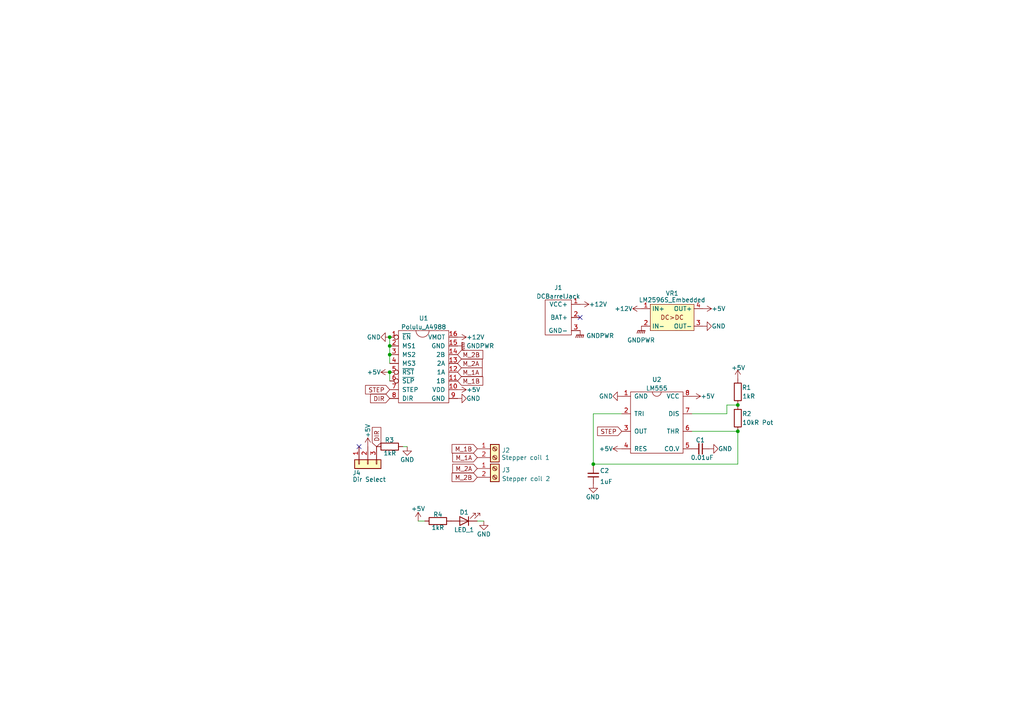
<source format=kicad_sch>
(kicad_sch (version 20211123) (generator eeschema)

  (uuid 76013793-d1cd-42e1-a0cd-a375c08d34bc)

  (paper "A4")

  (title_block
    (title "Single Stepper Motor Driver")
    (date "2022-12-17")
    (rev "1")
    (company "Benjamin Solar")
  )

  (lib_symbols
    (symbol "Connector:Screw_Terminal_01x02" (pin_names (offset 1.016) hide) (in_bom yes) (on_board yes)
      (property "Reference" "J" (id 0) (at 0 2.54 0)
        (effects (font (size 1.27 1.27)))
      )
      (property "Value" "Screw_Terminal_01x02" (id 1) (at 0 -5.08 0)
        (effects (font (size 1.27 1.27)))
      )
      (property "Footprint" "" (id 2) (at 0 0 0)
        (effects (font (size 1.27 1.27)) hide)
      )
      (property "Datasheet" "~" (id 3) (at 0 0 0)
        (effects (font (size 1.27 1.27)) hide)
      )
      (property "ki_keywords" "screw terminal" (id 4) (at 0 0 0)
        (effects (font (size 1.27 1.27)) hide)
      )
      (property "ki_description" "Generic screw terminal, single row, 01x02, script generated (kicad-library-utils/schlib/autogen/connector/)" (id 5) (at 0 0 0)
        (effects (font (size 1.27 1.27)) hide)
      )
      (property "ki_fp_filters" "TerminalBlock*:*" (id 6) (at 0 0 0)
        (effects (font (size 1.27 1.27)) hide)
      )
      (symbol "Screw_Terminal_01x02_1_1"
        (rectangle (start -1.27 1.27) (end 1.27 -3.81)
          (stroke (width 0.254) (type default) (color 0 0 0 0))
          (fill (type background))
        )
        (circle (center 0 -2.54) (radius 0.635)
          (stroke (width 0.1524) (type default) (color 0 0 0 0))
          (fill (type none))
        )
        (polyline
          (pts
            (xy -0.5334 -2.2098)
            (xy 0.3302 -3.048)
          )
          (stroke (width 0.1524) (type default) (color 0 0 0 0))
          (fill (type none))
        )
        (polyline
          (pts
            (xy -0.5334 0.3302)
            (xy 0.3302 -0.508)
          )
          (stroke (width 0.1524) (type default) (color 0 0 0 0))
          (fill (type none))
        )
        (polyline
          (pts
            (xy -0.3556 -2.032)
            (xy 0.508 -2.8702)
          )
          (stroke (width 0.1524) (type default) (color 0 0 0 0))
          (fill (type none))
        )
        (polyline
          (pts
            (xy -0.3556 0.508)
            (xy 0.508 -0.3302)
          )
          (stroke (width 0.1524) (type default) (color 0 0 0 0))
          (fill (type none))
        )
        (circle (center 0 0) (radius 0.635)
          (stroke (width 0.1524) (type default) (color 0 0 0 0))
          (fill (type none))
        )
        (pin passive line (at -5.08 0 0) (length 3.81)
          (name "Pin_1" (effects (font (size 1.27 1.27))))
          (number "1" (effects (font (size 1.27 1.27))))
        )
        (pin passive line (at -5.08 -2.54 0) (length 3.81)
          (name "Pin_2" (effects (font (size 1.27 1.27))))
          (number "2" (effects (font (size 1.27 1.27))))
        )
      )
    )
    (symbol "Connector_Generic:Conn_01x03" (pin_names (offset 1.016) hide) (in_bom yes) (on_board yes)
      (property "Reference" "J" (id 0) (at 0 5.08 0)
        (effects (font (size 1.27 1.27)))
      )
      (property "Value" "Conn_01x03" (id 1) (at 0 -5.08 0)
        (effects (font (size 1.27 1.27)))
      )
      (property "Footprint" "" (id 2) (at 0 0 0)
        (effects (font (size 1.27 1.27)) hide)
      )
      (property "Datasheet" "~" (id 3) (at 0 0 0)
        (effects (font (size 1.27 1.27)) hide)
      )
      (property "ki_keywords" "connector" (id 4) (at 0 0 0)
        (effects (font (size 1.27 1.27)) hide)
      )
      (property "ki_description" "Generic connector, single row, 01x03, script generated (kicad-library-utils/schlib/autogen/connector/)" (id 5) (at 0 0 0)
        (effects (font (size 1.27 1.27)) hide)
      )
      (property "ki_fp_filters" "Connector*:*_1x??_*" (id 6) (at 0 0 0)
        (effects (font (size 1.27 1.27)) hide)
      )
      (symbol "Conn_01x03_1_1"
        (rectangle (start -1.27 -2.413) (end 0 -2.667)
          (stroke (width 0.1524) (type default) (color 0 0 0 0))
          (fill (type none))
        )
        (rectangle (start -1.27 0.127) (end 0 -0.127)
          (stroke (width 0.1524) (type default) (color 0 0 0 0))
          (fill (type none))
        )
        (rectangle (start -1.27 2.667) (end 0 2.413)
          (stroke (width 0.1524) (type default) (color 0 0 0 0))
          (fill (type none))
        )
        (rectangle (start -1.27 3.81) (end 1.27 -3.81)
          (stroke (width 0.254) (type default) (color 0 0 0 0))
          (fill (type background))
        )
        (pin passive line (at -5.08 2.54 0) (length 3.81)
          (name "Pin_1" (effects (font (size 1.27 1.27))))
          (number "1" (effects (font (size 1.27 1.27))))
        )
        (pin passive line (at -5.08 0 0) (length 3.81)
          (name "Pin_2" (effects (font (size 1.27 1.27))))
          (number "2" (effects (font (size 1.27 1.27))))
        )
        (pin passive line (at -5.08 -2.54 0) (length 3.81)
          (name "Pin_3" (effects (font (size 1.27 1.27))))
          (number "3" (effects (font (size 1.27 1.27))))
        )
      )
    )
    (symbol "Device:C_Small" (pin_numbers hide) (pin_names (offset 0.254) hide) (in_bom yes) (on_board yes)
      (property "Reference" "C" (id 0) (at 0.254 1.778 0)
        (effects (font (size 1.27 1.27)) (justify left))
      )
      (property "Value" "C_Small" (id 1) (at 0.254 -2.032 0)
        (effects (font (size 1.27 1.27)) (justify left))
      )
      (property "Footprint" "" (id 2) (at 0 0 0)
        (effects (font (size 1.27 1.27)) hide)
      )
      (property "Datasheet" "~" (id 3) (at 0 0 0)
        (effects (font (size 1.27 1.27)) hide)
      )
      (property "ki_keywords" "capacitor cap" (id 4) (at 0 0 0)
        (effects (font (size 1.27 1.27)) hide)
      )
      (property "ki_description" "Unpolarized capacitor, small symbol" (id 5) (at 0 0 0)
        (effects (font (size 1.27 1.27)) hide)
      )
      (property "ki_fp_filters" "C_*" (id 6) (at 0 0 0)
        (effects (font (size 1.27 1.27)) hide)
      )
      (symbol "C_Small_0_1"
        (polyline
          (pts
            (xy -1.524 -0.508)
            (xy 1.524 -0.508)
          )
          (stroke (width 0.3302) (type default) (color 0 0 0 0))
          (fill (type none))
        )
        (polyline
          (pts
            (xy -1.524 0.508)
            (xy 1.524 0.508)
          )
          (stroke (width 0.3048) (type default) (color 0 0 0 0))
          (fill (type none))
        )
      )
      (symbol "C_Small_1_1"
        (pin passive line (at 0 2.54 270) (length 2.032)
          (name "~" (effects (font (size 1.27 1.27))))
          (number "1" (effects (font (size 1.27 1.27))))
        )
        (pin passive line (at 0 -2.54 90) (length 2.032)
          (name "~" (effects (font (size 1.27 1.27))))
          (number "2" (effects (font (size 1.27 1.27))))
        )
      )
    )
    (symbol "Device:LED" (pin_numbers hide) (pin_names (offset 1.016) hide) (in_bom yes) (on_board yes)
      (property "Reference" "D" (id 0) (at 0 2.54 0)
        (effects (font (size 1.27 1.27)))
      )
      (property "Value" "LED" (id 1) (at 0 -2.54 0)
        (effects (font (size 1.27 1.27)))
      )
      (property "Footprint" "" (id 2) (at 0 0 0)
        (effects (font (size 1.27 1.27)) hide)
      )
      (property "Datasheet" "~" (id 3) (at 0 0 0)
        (effects (font (size 1.27 1.27)) hide)
      )
      (property "ki_keywords" "LED diode" (id 4) (at 0 0 0)
        (effects (font (size 1.27 1.27)) hide)
      )
      (property "ki_description" "Light emitting diode" (id 5) (at 0 0 0)
        (effects (font (size 1.27 1.27)) hide)
      )
      (property "ki_fp_filters" "LED* LED_SMD:* LED_THT:*" (id 6) (at 0 0 0)
        (effects (font (size 1.27 1.27)) hide)
      )
      (symbol "LED_0_1"
        (polyline
          (pts
            (xy -1.27 -1.27)
            (xy -1.27 1.27)
          )
          (stroke (width 0.254) (type default) (color 0 0 0 0))
          (fill (type none))
        )
        (polyline
          (pts
            (xy -1.27 0)
            (xy 1.27 0)
          )
          (stroke (width 0) (type default) (color 0 0 0 0))
          (fill (type none))
        )
        (polyline
          (pts
            (xy 1.27 -1.27)
            (xy 1.27 1.27)
            (xy -1.27 0)
            (xy 1.27 -1.27)
          )
          (stroke (width 0.254) (type default) (color 0 0 0 0))
          (fill (type none))
        )
        (polyline
          (pts
            (xy -3.048 -0.762)
            (xy -4.572 -2.286)
            (xy -3.81 -2.286)
            (xy -4.572 -2.286)
            (xy -4.572 -1.524)
          )
          (stroke (width 0) (type default) (color 0 0 0 0))
          (fill (type none))
        )
        (polyline
          (pts
            (xy -1.778 -0.762)
            (xy -3.302 -2.286)
            (xy -2.54 -2.286)
            (xy -3.302 -2.286)
            (xy -3.302 -1.524)
          )
          (stroke (width 0) (type default) (color 0 0 0 0))
          (fill (type none))
        )
      )
      (symbol "LED_1_1"
        (pin passive line (at -3.81 0 0) (length 2.54)
          (name "K" (effects (font (size 1.27 1.27))))
          (number "1" (effects (font (size 1.27 1.27))))
        )
        (pin passive line (at 3.81 0 180) (length 2.54)
          (name "A" (effects (font (size 1.27 1.27))))
          (number "2" (effects (font (size 1.27 1.27))))
        )
      )
    )
    (symbol "Device:R" (pin_numbers hide) (pin_names (offset 0)) (in_bom yes) (on_board yes)
      (property "Reference" "R" (id 0) (at 2.032 0 90)
        (effects (font (size 1.27 1.27)))
      )
      (property "Value" "R" (id 1) (at 0 0 90)
        (effects (font (size 1.27 1.27)))
      )
      (property "Footprint" "" (id 2) (at -1.778 0 90)
        (effects (font (size 1.27 1.27)) hide)
      )
      (property "Datasheet" "~" (id 3) (at 0 0 0)
        (effects (font (size 1.27 1.27)) hide)
      )
      (property "ki_keywords" "R res resistor" (id 4) (at 0 0 0)
        (effects (font (size 1.27 1.27)) hide)
      )
      (property "ki_description" "Resistor" (id 5) (at 0 0 0)
        (effects (font (size 1.27 1.27)) hide)
      )
      (property "ki_fp_filters" "R_*" (id 6) (at 0 0 0)
        (effects (font (size 1.27 1.27)) hide)
      )
      (symbol "R_0_1"
        (rectangle (start -1.016 -2.54) (end 1.016 2.54)
          (stroke (width 0.254) (type default) (color 0 0 0 0))
          (fill (type none))
        )
      )
      (symbol "R_1_1"
        (pin passive line (at 0 3.81 270) (length 1.27)
          (name "~" (effects (font (size 1.27 1.27))))
          (number "1" (effects (font (size 1.27 1.27))))
        )
        (pin passive line (at 0 -3.81 90) (length 1.27)
          (name "~" (effects (font (size 1.27 1.27))))
          (number "2" (effects (font (size 1.27 1.27))))
        )
      )
    )
    (symbol "_Connectors:DCBarrelJack" (pin_names (offset 1.016)) (in_bom yes) (on_board yes)
      (property "Reference" "J" (id 0) (at -7.62 0 90)
        (effects (font (size 1.27 1.27)))
      )
      (property "Value" "DCBarrelJack" (id 1) (at -6.35 0 90)
        (effects (font (size 1.27 1.27)))
      )
      (property "Footprint" "" (id 2) (at -3.81 0 90)
        (effects (font (size 1.27 1.27)) hide)
      )
      (property "Datasheet" "" (id 3) (at -3.81 0 90)
        (effects (font (size 1.27 1.27)) hide)
      )
      (symbol "DCBarrelJack_0_1"
        (rectangle (start -5.08 5.08) (end 2.54 -5.08)
          (stroke (width 0) (type default) (color 0 0 0 0))
          (fill (type none))
        )
      )
      (symbol "DCBarrelJack_1_1"
        (pin input line (at 5.08 3.81 180) (length 2.54)
          (name "VCC+" (effects (font (size 1.27 1.27))))
          (number "1" (effects (font (size 1.27 1.27))))
        )
        (pin input line (at 5.08 0 180) (length 2.54)
          (name "BAT+" (effects (font (size 1.27 1.27))))
          (number "2" (effects (font (size 1.27 1.27))))
        )
        (pin input line (at 5.08 -3.81 180) (length 2.54)
          (name "GND-" (effects (font (size 1.27 1.27))))
          (number "3" (effects (font (size 1.27 1.27))))
        )
      )
    )
    (symbol "_Embedded:Polulu_A4988" (pin_names (offset 1.016)) (in_bom yes) (on_board yes)
      (property "Reference" "U" (id 0) (at -0.635 0 90)
        (effects (font (size 1.27 1.27)))
      )
      (property "Value" "Polulu_A4988" (id 1) (at 0.635 0 90)
        (effects (font (size 1.27 1.27)))
      )
      (property "Footprint" "" (id 2) (at -1.27 0 90)
        (effects (font (size 1.27 1.27)) hide)
      )
      (property "Datasheet" "C:\\Users\\Benjamin\\Documents\\Datasheets\\MotorDriver\\A4988.pdf" (id 3) (at -1.27 0 90)
        (effects (font (size 1.27 1.27)) hide)
      )
      (property "ki_keywords" "Stepper" (id 4) (at 0 0 0)
        (effects (font (size 1.27 1.27)) hide)
      )
      (property "ki_description" "Stepper motor driver" (id 5) (at 0 0 0)
        (effects (font (size 1.27 1.27)) hide)
      )
      (symbol "Polulu_A4988_0_1"
        (rectangle (start -6.985 10.795) (end 7.62 -10.16)
          (stroke (width 0) (type default) (color 0 0 0 0))
          (fill (type none))
        )
        (arc (start -1.905 10.795) (mid 0 8.89) (end 1.905 10.795)
          (stroke (width 0) (type default) (color 0 0 0 0))
          (fill (type none))
        )
      )
      (symbol "Polulu_A4988_1_1"
        (pin input inverted (at -9.525 8.89 0) (length 2.54)
          (name "~{EN}" (effects (font (size 1.27 1.27))))
          (number "1" (effects (font (size 1.27 1.27))))
        )
        (pin input line (at 10.16 -6.35 180) (length 2.54)
          (name "VDD" (effects (font (size 1.27 1.27))))
          (number "10" (effects (font (size 1.27 1.27))))
        )
        (pin input line (at 10.16 -3.81 180) (length 2.54)
          (name "1B" (effects (font (size 1.27 1.27))))
          (number "11" (effects (font (size 1.27 1.27))))
        )
        (pin input line (at 10.16 -1.27 180) (length 2.54)
          (name "1A" (effects (font (size 1.27 1.27))))
          (number "12" (effects (font (size 1.27 1.27))))
        )
        (pin input line (at 10.16 1.27 180) (length 2.54)
          (name "2A" (effects (font (size 1.27 1.27))))
          (number "13" (effects (font (size 1.27 1.27))))
        )
        (pin input line (at 10.16 3.81 180) (length 2.54)
          (name "2B" (effects (font (size 1.27 1.27))))
          (number "14" (effects (font (size 1.27 1.27))))
        )
        (pin input line (at 10.16 6.35 180) (length 2.54)
          (name "GND" (effects (font (size 1.27 1.27))))
          (number "15" (effects (font (size 1.27 1.27))))
        )
        (pin input line (at 10.16 8.89 180) (length 2.54)
          (name "VMOT" (effects (font (size 1.27 1.27))))
          (number "16" (effects (font (size 1.27 1.27))))
        )
        (pin input line (at -9.525 6.35 0) (length 2.54)
          (name "MS1" (effects (font (size 1.27 1.27))))
          (number "2" (effects (font (size 1.27 1.27))))
        )
        (pin input line (at -9.525 3.81 0) (length 2.54)
          (name "MS2" (effects (font (size 1.27 1.27))))
          (number "3" (effects (font (size 1.27 1.27))))
        )
        (pin input line (at -9.525 1.27 0) (length 2.54)
          (name "MS3" (effects (font (size 1.27 1.27))))
          (number "4" (effects (font (size 1.27 1.27))))
        )
        (pin input inverted (at -9.525 -1.27 0) (length 2.54)
          (name "~{RST}" (effects (font (size 1.27 1.27))))
          (number "5" (effects (font (size 1.27 1.27))))
        )
        (pin input inverted (at -9.525 -3.81 0) (length 2.54)
          (name "~{SLP}" (effects (font (size 1.27 1.27))))
          (number "6" (effects (font (size 1.27 1.27))))
        )
        (pin input line (at -9.525 -6.35 0) (length 2.54)
          (name "STEP" (effects (font (size 1.27 1.27))))
          (number "7" (effects (font (size 1.27 1.27))))
        )
        (pin input line (at -9.525 -8.89 0) (length 2.54)
          (name "DIR" (effects (font (size 1.27 1.27))))
          (number "8" (effects (font (size 1.27 1.27))))
        )
        (pin input line (at 10.16 -8.89 180) (length 2.54)
          (name "GND" (effects (font (size 1.27 1.27))))
          (number "9" (effects (font (size 1.27 1.27))))
        )
      )
    )
    (symbol "_General:LM555" (pin_names (offset 1.016)) (in_bom yes) (on_board yes)
      (property "Reference" "U" (id 0) (at 0 1.905 0)
        (effects (font (size 1.27 1.27)))
      )
      (property "Value" "LM555" (id 1) (at 0 0 0)
        (effects (font (size 1.27 1.27)))
      )
      (property "Footprint" "" (id 2) (at 0 0 0)
        (effects (font (size 1.27 1.27)) hide)
      )
      (property "Datasheet" "" (id 3) (at 0 0 0)
        (effects (font (size 1.27 1.27)) hide)
      )
      (symbol "LM555_0_1"
        (rectangle (start -7.62 8.89) (end 7.62 -8.89)
          (stroke (width 0) (type default) (color 0 0 0 0))
          (fill (type none))
        )
        (arc (start -1.27 8.89) (mid 0 7.62) (end 1.27 8.89)
          (stroke (width 0) (type default) (color 0 0 0 0))
          (fill (type none))
        )
      )
      (symbol "LM555_1_1"
        (pin input line (at -10.16 7.62 0) (length 2.54)
          (name "GND" (effects (font (size 1.27 1.27))))
          (number "1" (effects (font (size 1.27 1.27))))
        )
        (pin input line (at -10.16 2.54 0) (length 2.54)
          (name "TRI" (effects (font (size 1.27 1.27))))
          (number "2" (effects (font (size 1.27 1.27))))
        )
        (pin input line (at -10.16 -2.54 0) (length 2.54)
          (name "OUT" (effects (font (size 1.27 1.27))))
          (number "3" (effects (font (size 1.27 1.27))))
        )
        (pin input line (at -10.16 -7.62 0) (length 2.54)
          (name "RES" (effects (font (size 1.27 1.27))))
          (number "4" (effects (font (size 1.27 1.27))))
        )
        (pin input line (at 10.16 -7.62 180) (length 2.54)
          (name "CO.V" (effects (font (size 1.27 1.27))))
          (number "5" (effects (font (size 1.27 1.27))))
        )
        (pin input line (at 10.16 -2.54 180) (length 2.54)
          (name "THR" (effects (font (size 1.27 1.27))))
          (number "6" (effects (font (size 1.27 1.27))))
        )
        (pin input line (at 10.16 2.54 180) (length 2.54)
          (name "DIS" (effects (font (size 1.27 1.27))))
          (number "7" (effects (font (size 1.27 1.27))))
        )
        (pin input line (at 10.16 7.62 180) (length 2.54)
          (name "VCC" (effects (font (size 1.27 1.27))))
          (number "8" (effects (font (size 1.27 1.27))))
        )
      )
    )
    (symbol "_VoltageRegulator:LM2596S_Embedded" (in_bom yes) (on_board yes)
      (property "Reference" "VR" (id 0) (at 0 7.62 0)
        (effects (font (size 1.27 1.27)))
      )
      (property "Value" "LM2596S_Embedded" (id 1) (at 0 5.715 0)
        (effects (font (size 1.27 1.27)))
      )
      (property "Footprint" "_Embedded:VoltReg_Embedded_1" (id 2) (at 0 9.525 0)
        (effects (font (size 1.27 1.27)) hide)
      )
      (property "Datasheet" "https://www.ti.com/lit/ds/symlink/lm2596.pdf" (id 3) (at -0.635 11.43 0)
        (effects (font (size 1.27 1.27)) hide)
      )
      (property "ki_keywords" "Step down Voltage Regulator Embedded" (id 4) (at 0 0 0)
        (effects (font (size 1.27 1.27)) hide)
      )
      (property "ki_description" "Step down 3A Voltage Regulator" (id 5) (at 0 0 0)
        (effects (font (size 1.27 1.27)) hide)
      )
      (symbol "LM2596S_Embedded_0_0"
        (text "DC>DC" (at 0 0 0)
          (effects (font (size 1.27 1.27)))
        )
      )
      (symbol "LM2596S_Embedded_0_1"
        (rectangle (start -6.35 3.81) (end 6.35 -3.81)
          (stroke (width 0.1524) (type default) (color 0 0 0 0))
          (fill (type background))
        )
      )
      (symbol "LM2596S_Embedded_1_1"
        (pin input line (at -8.89 2.54 0) (length 2.54)
          (name "IN+" (effects (font (size 1.27 1.27))))
          (number "1" (effects (font (size 1.27 1.27))))
        )
        (pin input line (at -8.89 -2.54 0) (length 2.54)
          (name "IN-" (effects (font (size 1.27 1.27))))
          (number "2" (effects (font (size 1.27 1.27))))
        )
        (pin output line (at 8.89 -2.54 180) (length 2.54)
          (name "OUT-" (effects (font (size 1.27 1.27))))
          (number "3" (effects (font (size 1.27 1.27))))
        )
        (pin output line (at 8.89 2.54 180) (length 2.54)
          (name "OUT+" (effects (font (size 1.27 1.27))))
          (number "4" (effects (font (size 1.27 1.27))))
        )
      )
    )
    (symbol "power:+12V" (power) (pin_names (offset 0)) (in_bom yes) (on_board yes)
      (property "Reference" "#PWR" (id 0) (at 0 -3.81 0)
        (effects (font (size 1.27 1.27)) hide)
      )
      (property "Value" "+12V" (id 1) (at 0 3.556 0)
        (effects (font (size 1.27 1.27)))
      )
      (property "Footprint" "" (id 2) (at 0 0 0)
        (effects (font (size 1.27 1.27)) hide)
      )
      (property "Datasheet" "" (id 3) (at 0 0 0)
        (effects (font (size 1.27 1.27)) hide)
      )
      (property "ki_keywords" "power-flag" (id 4) (at 0 0 0)
        (effects (font (size 1.27 1.27)) hide)
      )
      (property "ki_description" "Power symbol creates a global label with name \"+12V\"" (id 5) (at 0 0 0)
        (effects (font (size 1.27 1.27)) hide)
      )
      (symbol "+12V_0_1"
        (polyline
          (pts
            (xy -0.762 1.27)
            (xy 0 2.54)
          )
          (stroke (width 0) (type default) (color 0 0 0 0))
          (fill (type none))
        )
        (polyline
          (pts
            (xy 0 0)
            (xy 0 2.54)
          )
          (stroke (width 0) (type default) (color 0 0 0 0))
          (fill (type none))
        )
        (polyline
          (pts
            (xy 0 2.54)
            (xy 0.762 1.27)
          )
          (stroke (width 0) (type default) (color 0 0 0 0))
          (fill (type none))
        )
      )
      (symbol "+12V_1_1"
        (pin power_in line (at 0 0 90) (length 0) hide
          (name "+12V" (effects (font (size 1.27 1.27))))
          (number "1" (effects (font (size 1.27 1.27))))
        )
      )
    )
    (symbol "power:+5V" (power) (pin_names (offset 0)) (in_bom yes) (on_board yes)
      (property "Reference" "#PWR" (id 0) (at 0 -3.81 0)
        (effects (font (size 1.27 1.27)) hide)
      )
      (property "Value" "+5V" (id 1) (at 0 3.556 0)
        (effects (font (size 1.27 1.27)))
      )
      (property "Footprint" "" (id 2) (at 0 0 0)
        (effects (font (size 1.27 1.27)) hide)
      )
      (property "Datasheet" "" (id 3) (at 0 0 0)
        (effects (font (size 1.27 1.27)) hide)
      )
      (property "ki_keywords" "power-flag" (id 4) (at 0 0 0)
        (effects (font (size 1.27 1.27)) hide)
      )
      (property "ki_description" "Power symbol creates a global label with name \"+5V\"" (id 5) (at 0 0 0)
        (effects (font (size 1.27 1.27)) hide)
      )
      (symbol "+5V_0_1"
        (polyline
          (pts
            (xy -0.762 1.27)
            (xy 0 2.54)
          )
          (stroke (width 0) (type default) (color 0 0 0 0))
          (fill (type none))
        )
        (polyline
          (pts
            (xy 0 0)
            (xy 0 2.54)
          )
          (stroke (width 0) (type default) (color 0 0 0 0))
          (fill (type none))
        )
        (polyline
          (pts
            (xy 0 2.54)
            (xy 0.762 1.27)
          )
          (stroke (width 0) (type default) (color 0 0 0 0))
          (fill (type none))
        )
      )
      (symbol "+5V_1_1"
        (pin power_in line (at 0 0 90) (length 0) hide
          (name "+5V" (effects (font (size 1.27 1.27))))
          (number "1" (effects (font (size 1.27 1.27))))
        )
      )
    )
    (symbol "power:GND" (power) (pin_names (offset 0)) (in_bom yes) (on_board yes)
      (property "Reference" "#PWR" (id 0) (at 0 -6.35 0)
        (effects (font (size 1.27 1.27)) hide)
      )
      (property "Value" "GND" (id 1) (at 0 -3.81 0)
        (effects (font (size 1.27 1.27)))
      )
      (property "Footprint" "" (id 2) (at 0 0 0)
        (effects (font (size 1.27 1.27)) hide)
      )
      (property "Datasheet" "" (id 3) (at 0 0 0)
        (effects (font (size 1.27 1.27)) hide)
      )
      (property "ki_keywords" "power-flag" (id 4) (at 0 0 0)
        (effects (font (size 1.27 1.27)) hide)
      )
      (property "ki_description" "Power symbol creates a global label with name \"GND\" , ground" (id 5) (at 0 0 0)
        (effects (font (size 1.27 1.27)) hide)
      )
      (symbol "GND_0_1"
        (polyline
          (pts
            (xy 0 0)
            (xy 0 -1.27)
            (xy 1.27 -1.27)
            (xy 0 -2.54)
            (xy -1.27 -1.27)
            (xy 0 -1.27)
          )
          (stroke (width 0) (type default) (color 0 0 0 0))
          (fill (type none))
        )
      )
      (symbol "GND_1_1"
        (pin power_in line (at 0 0 270) (length 0) hide
          (name "GND" (effects (font (size 1.27 1.27))))
          (number "1" (effects (font (size 1.27 1.27))))
        )
      )
    )
    (symbol "power:GNDPWR" (power) (pin_names (offset 0)) (in_bom yes) (on_board yes)
      (property "Reference" "#PWR" (id 0) (at 0 -5.08 0)
        (effects (font (size 1.27 1.27)) hide)
      )
      (property "Value" "GNDPWR" (id 1) (at 0 -3.302 0)
        (effects (font (size 1.27 1.27)))
      )
      (property "Footprint" "" (id 2) (at 0 -1.27 0)
        (effects (font (size 1.27 1.27)) hide)
      )
      (property "Datasheet" "" (id 3) (at 0 -1.27 0)
        (effects (font (size 1.27 1.27)) hide)
      )
      (property "ki_keywords" "power-flag" (id 4) (at 0 0 0)
        (effects (font (size 1.27 1.27)) hide)
      )
      (property "ki_description" "Power symbol creates a global label with name \"GNDPWR\" , power ground" (id 5) (at 0 0 0)
        (effects (font (size 1.27 1.27)) hide)
      )
      (symbol "GNDPWR_0_1"
        (polyline
          (pts
            (xy 0 -1.27)
            (xy 0 0)
          )
          (stroke (width 0) (type default) (color 0 0 0 0))
          (fill (type none))
        )
        (polyline
          (pts
            (xy -1.016 -1.27)
            (xy -1.27 -2.032)
            (xy -1.27 -2.032)
          )
          (stroke (width 0.2032) (type default) (color 0 0 0 0))
          (fill (type none))
        )
        (polyline
          (pts
            (xy -0.508 -1.27)
            (xy -0.762 -2.032)
            (xy -0.762 -2.032)
          )
          (stroke (width 0.2032) (type default) (color 0 0 0 0))
          (fill (type none))
        )
        (polyline
          (pts
            (xy 0 -1.27)
            (xy -0.254 -2.032)
            (xy -0.254 -2.032)
          )
          (stroke (width 0.2032) (type default) (color 0 0 0 0))
          (fill (type none))
        )
        (polyline
          (pts
            (xy 0.508 -1.27)
            (xy 0.254 -2.032)
            (xy 0.254 -2.032)
          )
          (stroke (width 0.2032) (type default) (color 0 0 0 0))
          (fill (type none))
        )
        (polyline
          (pts
            (xy 1.016 -1.27)
            (xy -1.016 -1.27)
            (xy -1.016 -1.27)
          )
          (stroke (width 0.2032) (type default) (color 0 0 0 0))
          (fill (type none))
        )
        (polyline
          (pts
            (xy 1.016 -1.27)
            (xy 0.762 -2.032)
            (xy 0.762 -2.032)
            (xy 0.762 -2.032)
          )
          (stroke (width 0.2032) (type default) (color 0 0 0 0))
          (fill (type none))
        )
      )
      (symbol "GNDPWR_1_1"
        (pin power_in line (at 0 0 270) (length 0) hide
          (name "GNDPWR" (effects (font (size 1.27 1.27))))
          (number "1" (effects (font (size 1.27 1.27))))
        )
      )
    )
  )

  (junction (at 113.03 102.87) (diameter 0) (color 0 0 0 0)
    (uuid 3bb634f9-dd0b-4853-93a9-1b3ace2fbc8f)
  )
  (junction (at 113.03 97.79) (diameter 0) (color 0 0 0 0)
    (uuid 5e46ea57-87cd-4470-a9d3-c6940b953e98)
  )
  (junction (at 213.995 125.095) (diameter 0) (color 0 0 0 0)
    (uuid 6ae5314f-643e-4368-8486-8c3a93341261)
  )
  (junction (at 172.085 134.62) (diameter 0) (color 0 0 0 0)
    (uuid 6d0b1081-8d32-4e1b-95cf-ee21849b3764)
  )
  (junction (at 213.995 117.475) (diameter 0) (color 0 0 0 0)
    (uuid 7d6c5dcb-7906-4e99-ba99-da8e13f75320)
  )
  (junction (at 113.03 100.33) (diameter 0) (color 0 0 0 0)
    (uuid b0fc314d-66bd-4eae-8e4a-93aeffca0415)
  )
  (junction (at 113.03 107.95) (diameter 0) (color 0 0 0 0)
    (uuid e8ef32e3-dfa3-4227-a563-ded1772844fb)
  )

  (no_connect (at 168.275 92.075) (uuid 2fa752f9-34c9-410c-b641-cbe0b6db54fb))
  (no_connect (at 104.14 129.54) (uuid 9672fb5a-9373-475e-a287-b0ff34f6022e))

  (wire (pts (xy 138.43 151.13) (xy 140.335 151.13))
    (stroke (width 0) (type default) (color 0 0 0 0))
    (uuid 2385ca36-07e8-46ec-8b15-93917005bbdc)
  )
  (wire (pts (xy 172.085 134.62) (xy 213.995 134.62))
    (stroke (width 0) (type default) (color 0 0 0 0))
    (uuid 246b187f-8266-4f8d-b866-bd40e3ee9dd5)
  )
  (wire (pts (xy 113.03 102.87) (xy 113.03 105.41))
    (stroke (width 0) (type default) (color 0 0 0 0))
    (uuid 339c655c-1eb1-4068-ab3d-5b95c52fd08c)
  )
  (wire (pts (xy 200.66 125.095) (xy 213.995 125.095))
    (stroke (width 0) (type default) (color 0 0 0 0))
    (uuid 5a92de88-b5c4-4ef7-ac13-744f8b98f059)
  )
  (wire (pts (xy 172.085 134.62) (xy 172.085 135.255))
    (stroke (width 0) (type default) (color 0 0 0 0))
    (uuid 5c8ff322-e429-42df-b4cf-1e3f941216b8)
  )
  (wire (pts (xy 213.995 125.095) (xy 213.995 134.62))
    (stroke (width 0) (type default) (color 0 0 0 0))
    (uuid 6c1bf65d-85bf-4f0c-a650-cefcb73438c4)
  )
  (wire (pts (xy 113.03 107.95) (xy 113.03 110.49))
    (stroke (width 0) (type default) (color 0 0 0 0))
    (uuid 7de94253-9f2d-44cf-a928-21c5049b1dc4)
  )
  (wire (pts (xy 180.34 120.015) (xy 172.085 120.015))
    (stroke (width 0) (type default) (color 0 0 0 0))
    (uuid 7f085c59-5551-4c36-9663-24c0978b905c)
  )
  (wire (pts (xy 121.285 151.13) (xy 123.19 151.13))
    (stroke (width 0) (type default) (color 0 0 0 0))
    (uuid 8b7f7ec7-d37c-431a-bf48-9c421e4cc3d2)
  )
  (wire (pts (xy 113.03 100.33) (xy 113.03 102.87))
    (stroke (width 0) (type default) (color 0 0 0 0))
    (uuid 90a9972f-1118-4c5f-a0ba-f5b648b8d7d8)
  )
  (wire (pts (xy 210.82 117.475) (xy 210.82 120.015))
    (stroke (width 0) (type default) (color 0 0 0 0))
    (uuid ad2df824-d0dc-4ef6-b9c1-5e779cf85499)
  )
  (wire (pts (xy 210.82 117.475) (xy 213.995 117.475))
    (stroke (width 0) (type default) (color 0 0 0 0))
    (uuid cd1e4d2d-a96e-4b87-aab5-cff9608f0e6e)
  )
  (wire (pts (xy 172.085 120.015) (xy 172.085 134.62))
    (stroke (width 0) (type default) (color 0 0 0 0))
    (uuid d022c988-c498-4f2c-9998-a1d7d18829a8)
  )
  (wire (pts (xy 210.82 120.015) (xy 200.66 120.015))
    (stroke (width 0) (type default) (color 0 0 0 0))
    (uuid e302c453-10fa-46d4-80e0-bd610bc404d4)
  )
  (wire (pts (xy 113.03 97.79) (xy 113.03 100.33))
    (stroke (width 0) (type default) (color 0 0 0 0))
    (uuid e5b4a4dd-ff3d-4b23-978b-967a353f0db1)
  )
  (wire (pts (xy 116.84 129.54) (xy 118.11 129.54))
    (stroke (width 0) (type default) (color 0 0 0 0))
    (uuid f072c140-952d-4664-b4f0-df8f439e3503)
  )

  (global_label "M_2A" (shape input) (at 138.43 135.89 180) (fields_autoplaced)
    (effects (font (size 1.27 1.27)) (justify right))
    (uuid 04ca86cb-e64d-46d1-baec-ca8dbfb51bac)
    (property "Intersheet References" "${INTERSHEET_REFS}" (id 0) (at 131.2998 135.8106 0)
      (effects (font (size 1.27 1.27)) (justify right) hide)
    )
  )
  (global_label "DIR" (shape input) (at 113.03 115.57 180) (fields_autoplaced)
    (effects (font (size 1.27 1.27)) (justify right))
    (uuid 16bdb2d5-8bb1-441b-bb20-199d0eb36cc7)
    (property "Intersheet References" "${INTERSHEET_REFS}" (id 0) (at 107.4721 115.4906 0)
      (effects (font (size 1.27 1.27)) (justify right) hide)
    )
  )
  (global_label "STEP" (shape input) (at 180.34 125.095 180) (fields_autoplaced)
    (effects (font (size 1.27 1.27)) (justify right))
    (uuid 3927f222-04ea-439b-9481-352d565bca30)
    (property "Intersheet References" "${INTERSHEET_REFS}" (id 0) (at 173.3307 125.0156 0)
      (effects (font (size 1.27 1.27)) (justify right) hide)
    )
  )
  (global_label "DIR" (shape input) (at 109.22 129.54 90) (fields_autoplaced)
    (effects (font (size 1.27 1.27)) (justify left))
    (uuid 4ac52a7b-4505-42cc-bb99-19fb77c247d9)
    (property "Intersheet References" "${INTERSHEET_REFS}" (id 0) (at 109.2994 123.9821 90)
      (effects (font (size 1.27 1.27)) (justify left) hide)
    )
  )
  (global_label "M_1A" (shape input) (at 132.715 107.95 0) (fields_autoplaced)
    (effects (font (size 1.27 1.27)) (justify left))
    (uuid 4c337602-3ff1-455d-9a34-2a5bd00a1583)
    (property "Intersheet References" "${INTERSHEET_REFS}" (id 0) (at 139.8452 107.8706 0)
      (effects (font (size 1.27 1.27)) (justify left) hide)
    )
  )
  (global_label "M_2A" (shape input) (at 132.715 105.41 0) (fields_autoplaced)
    (effects (font (size 1.27 1.27)) (justify left))
    (uuid 5a12acd6-0b66-47f1-ad8e-9737fa3bde17)
    (property "Intersheet References" "${INTERSHEET_REFS}" (id 0) (at 139.8452 105.3306 0)
      (effects (font (size 1.27 1.27)) (justify left) hide)
    )
  )
  (global_label "M_1B" (shape input) (at 138.43 130.175 180) (fields_autoplaced)
    (effects (font (size 1.27 1.27)) (justify right))
    (uuid 86a9258b-793d-4bcb-92be-308b9a6677ee)
    (property "Intersheet References" "${INTERSHEET_REFS}" (id 0) (at 131.1183 130.0956 0)
      (effects (font (size 1.27 1.27)) (justify right) hide)
    )
  )
  (global_label "M_1B" (shape input) (at 132.715 110.49 0) (fields_autoplaced)
    (effects (font (size 1.27 1.27)) (justify left))
    (uuid 8996576a-4f06-4c03-a134-2f2908df3323)
    (property "Intersheet References" "${INTERSHEET_REFS}" (id 0) (at 140.0267 110.4106 0)
      (effects (font (size 1.27 1.27)) (justify left) hide)
    )
  )
  (global_label "STEP" (shape input) (at 113.03 113.03 180) (fields_autoplaced)
    (effects (font (size 1.27 1.27)) (justify right))
    (uuid 9a426592-56d5-4e6d-97b1-db34c57adbb0)
    (property "Intersheet References" "${INTERSHEET_REFS}" (id 0) (at 106.0207 112.9506 0)
      (effects (font (size 1.27 1.27)) (justify right) hide)
    )
  )
  (global_label "M_2B" (shape input) (at 132.715 102.87 0) (fields_autoplaced)
    (effects (font (size 1.27 1.27)) (justify left))
    (uuid 9af247d7-dbe5-4a5c-b893-37ee233d1e67)
    (property "Intersheet References" "${INTERSHEET_REFS}" (id 0) (at 140.0267 102.7906 0)
      (effects (font (size 1.27 1.27)) (justify left) hide)
    )
  )
  (global_label "M_1A" (shape input) (at 138.43 132.715 180) (fields_autoplaced)
    (effects (font (size 1.27 1.27)) (justify right))
    (uuid b75ee4d3-1377-4e27-ba17-8a137b9cbad0)
    (property "Intersheet References" "${INTERSHEET_REFS}" (id 0) (at 131.2998 132.6356 0)
      (effects (font (size 1.27 1.27)) (justify right) hide)
    )
  )
  (global_label "M_2B" (shape input) (at 138.43 138.43 180) (fields_autoplaced)
    (effects (font (size 1.27 1.27)) (justify right))
    (uuid dab3b0c6-d8fc-44f6-a838-40e92ffd2ac1)
    (property "Intersheet References" "${INTERSHEET_REFS}" (id 0) (at 131.1183 138.3506 0)
      (effects (font (size 1.27 1.27)) (justify right) hide)
    )
  )

  (symbol (lib_id "Device:R") (at 113.03 129.54 90) (unit 1)
    (in_bom yes) (on_board yes)
    (uuid 0360dfa3-8d10-4633-97ed-0deb6897491a)
    (property "Reference" "R3" (id 0) (at 114.3 127.635 90)
      (effects (font (size 1.27 1.27)) (justify left))
    )
    (property "Value" "1kR" (id 1) (at 114.935 131.445 90)
      (effects (font (size 1.27 1.27)) (justify left))
    )
    (property "Footprint" "Resistor_THT:R_Axial_DIN0204_L3.6mm_D1.6mm_P7.62mm_Horizontal" (id 2) (at 113.03 131.318 90)
      (effects (font (size 1.27 1.27)) hide)
    )
    (property "Datasheet" "~" (id 3) (at 113.03 129.54 0)
      (effects (font (size 1.27 1.27)) hide)
    )
    (pin "1" (uuid c86474f4-bd98-44ea-b5be-6642d6b684a9))
    (pin "2" (uuid 7eabd48d-6248-4601-a0d8-f6f7959d9416))
  )

  (symbol (lib_id "power:GND") (at 140.335 151.13 0) (unit 1)
    (in_bom yes) (on_board yes)
    (uuid 0a620955-c640-465b-8b4a-568df5317ff3)
    (property "Reference" "#PWR06" (id 0) (at 140.335 157.48 0)
      (effects (font (size 1.27 1.27)) hide)
    )
    (property "Value" "GND" (id 1) (at 140.335 154.94 0))
    (property "Footprint" "" (id 2) (at 140.335 151.13 0)
      (effects (font (size 1.27 1.27)) hide)
    )
    (property "Datasheet" "" (id 3) (at 140.335 151.13 0)
      (effects (font (size 1.27 1.27)) hide)
    )
    (pin "1" (uuid 1c77c52a-fdc0-48c8-bab5-034f1faae0cc))
  )

  (symbol (lib_id "power:GND") (at 118.11 129.54 0) (unit 1)
    (in_bom yes) (on_board yes)
    (uuid 0ad1917e-7a23-42fb-a3eb-3c5b160ccb82)
    (property "Reference" "#PWR019" (id 0) (at 118.11 135.89 0)
      (effects (font (size 1.27 1.27)) hide)
    )
    (property "Value" "GND" (id 1) (at 118.11 133.35 0))
    (property "Footprint" "" (id 2) (at 118.11 129.54 0)
      (effects (font (size 1.27 1.27)) hide)
    )
    (property "Datasheet" "" (id 3) (at 118.11 129.54 0)
      (effects (font (size 1.27 1.27)) hide)
    )
    (pin "1" (uuid cf88a9f9-c55c-4520-882f-d728d689ea70))
  )

  (symbol (lib_id "power:+5V") (at 200.66 114.935 270) (unit 1)
    (in_bom yes) (on_board yes)
    (uuid 0b82db5d-fb35-4b44-ab09-049c197f5314)
    (property "Reference" "#PWR014" (id 0) (at 196.85 114.935 0)
      (effects (font (size 1.27 1.27)) hide)
    )
    (property "Value" "+5V" (id 1) (at 203.2 114.935 90)
      (effects (font (size 1.27 1.27)) (justify left))
    )
    (property "Footprint" "" (id 2) (at 200.66 114.935 0)
      (effects (font (size 1.27 1.27)) hide)
    )
    (property "Datasheet" "" (id 3) (at 200.66 114.935 0)
      (effects (font (size 1.27 1.27)) hide)
    )
    (pin "1" (uuid 5f8a5dd9-9fad-4c9a-bc77-3bdd6fe89d2c))
  )

  (symbol (lib_id "Device:C_Small") (at 203.2 130.175 270) (unit 1)
    (in_bom yes) (on_board yes)
    (uuid 0eda35ce-0dbf-4121-9dc4-af7ca3b64fda)
    (property "Reference" "C1" (id 0) (at 204.47 127.635 90)
      (effects (font (size 1.27 1.27)) (justify right))
    )
    (property "Value" "0.01uF" (id 1) (at 207.01 132.715 90)
      (effects (font (size 1.27 1.27)) (justify right))
    )
    (property "Footprint" "Capacitor_THT:C_Disc_D3.0mm_W1.6mm_P2.50mm" (id 2) (at 203.2 130.175 0)
      (effects (font (size 1.27 1.27)) hide)
    )
    (property "Datasheet" "~" (id 3) (at 203.2 130.175 0)
      (effects (font (size 1.27 1.27)) hide)
    )
    (pin "1" (uuid d25e949c-1cea-421a-83d1-94d88789ff00))
    (pin "2" (uuid dc363ffa-46e4-4240-be9b-66636a0620dd))
  )

  (symbol (lib_id "power:+5V") (at 121.285 151.13 0) (unit 1)
    (in_bom yes) (on_board yes) (fields_autoplaced)
    (uuid 19b676d1-c8eb-4a6c-8101-a4c8c84fac60)
    (property "Reference" "#PWR04" (id 0) (at 121.285 154.94 0)
      (effects (font (size 1.27 1.27)) hide)
    )
    (property "Value" "+5V" (id 1) (at 121.285 147.5542 0))
    (property "Footprint" "" (id 2) (at 121.285 151.13 0)
      (effects (font (size 1.27 1.27)) hide)
    )
    (property "Datasheet" "" (id 3) (at 121.285 151.13 0)
      (effects (font (size 1.27 1.27)) hide)
    )
    (pin "1" (uuid 54da1422-2b7d-4ab8-9939-b2ea198546ef))
  )

  (symbol (lib_id "Device:C_Small") (at 172.085 137.795 180) (unit 1)
    (in_bom yes) (on_board yes)
    (uuid 1b459662-72a4-4f7e-85fc-028517a29438)
    (property "Reference" "C2" (id 0) (at 173.99 136.525 0)
      (effects (font (size 1.27 1.27)) (justify right))
    )
    (property "Value" "1uF" (id 1) (at 173.99 139.7 0)
      (effects (font (size 1.27 1.27)) (justify right))
    )
    (property "Footprint" "Capacitor_THT:CP_Radial_D5.0mm_P2.50mm" (id 2) (at 172.085 137.795 0)
      (effects (font (size 1.27 1.27)) hide)
    )
    (property "Datasheet" "~" (id 3) (at 172.085 137.795 0)
      (effects (font (size 1.27 1.27)) hide)
    )
    (pin "1" (uuid 68d8b1a0-b7f6-425f-86c1-c3bebf074e1c))
    (pin "2" (uuid 8a984777-037c-486a-befa-87a475ba1ce9))
  )

  (symbol (lib_id "power:+12V") (at 186.055 89.535 90) (unit 1)
    (in_bom yes) (on_board yes)
    (uuid 1bd2b376-93cd-450b-bcac-76f6aa5b204f)
    (property "Reference" "#PWR02" (id 0) (at 189.865 89.535 0)
      (effects (font (size 1.27 1.27)) hide)
    )
    (property "Value" "+12V" (id 1) (at 183.515 89.535 90)
      (effects (font (size 1.27 1.27)) (justify left))
    )
    (property "Footprint" "" (id 2) (at 186.055 89.535 0)
      (effects (font (size 1.27 1.27)) hide)
    )
    (property "Datasheet" "" (id 3) (at 186.055 89.535 0)
      (effects (font (size 1.27 1.27)) hide)
    )
    (pin "1" (uuid efe76b34-f3f1-4404-97ed-4b110c1e39d3))
  )

  (symbol (lib_id "power:+12V") (at 132.715 97.79 270) (unit 1)
    (in_bom yes) (on_board yes)
    (uuid 2c51689e-fe50-4b38-bcca-b81ff8eb8388)
    (property "Reference" "#PWR08" (id 0) (at 128.905 97.79 0)
      (effects (font (size 1.27 1.27)) hide)
    )
    (property "Value" "+12V" (id 1) (at 135.255 97.79 90)
      (effects (font (size 1.27 1.27)) (justify left))
    )
    (property "Footprint" "" (id 2) (at 132.715 97.79 0)
      (effects (font (size 1.27 1.27)) hide)
    )
    (property "Datasheet" "" (id 3) (at 132.715 97.79 0)
      (effects (font (size 1.27 1.27)) hide)
    )
    (pin "1" (uuid a60e7e97-e63d-453a-8616-37fe9743abda))
  )

  (symbol (lib_id "power:GND") (at 113.03 97.79 270) (unit 1)
    (in_bom yes) (on_board yes)
    (uuid 40d2b7e9-abe2-4774-a94e-f69834cb9f2c)
    (property "Reference" "#PWR07" (id 0) (at 106.68 97.79 0)
      (effects (font (size 1.27 1.27)) hide)
    )
    (property "Value" "GND" (id 1) (at 110.49 97.79 90)
      (effects (font (size 1.27 1.27)) (justify right))
    )
    (property "Footprint" "" (id 2) (at 113.03 97.79 0)
      (effects (font (size 1.27 1.27)) hide)
    )
    (property "Datasheet" "" (id 3) (at 113.03 97.79 0)
      (effects (font (size 1.27 1.27)) hide)
    )
    (pin "1" (uuid 242153b2-fca1-4422-acd7-a58bba00d55a))
  )

  (symbol (lib_id "_Connectors:DCBarrelJack") (at 163.195 92.075 0) (unit 1)
    (in_bom yes) (on_board yes) (fields_autoplaced)
    (uuid 421630a0-597c-4e95-ba6a-def15ae302f2)
    (property "Reference" "J1" (id 0) (at 161.925 83.4222 0))
    (property "Value" "DCBarrelJack" (id 1) (at 161.925 85.9591 0))
    (property "Footprint" "Connector_BarrelJack:BarrelJack_Horizontal" (id 2) (at 159.385 92.075 90)
      (effects (font (size 1.27 1.27)) hide)
    )
    (property "Datasheet" "" (id 3) (at 159.385 92.075 90)
      (effects (font (size 1.27 1.27)) hide)
    )
    (pin "1" (uuid 5476f221-44a8-419b-b082-4431347aa151))
    (pin "2" (uuid 66f8e899-43c0-4686-8c8e-aaddb3b7c793))
    (pin "3" (uuid dda5ff0f-2f82-418d-bf84-f0668f21a533))
  )

  (symbol (lib_id "Device:R") (at 213.995 121.285 0) (unit 1)
    (in_bom yes) (on_board yes)
    (uuid 46fb82bb-18e9-4217-b3bd-36d25f36d6e0)
    (property "Reference" "R2" (id 0) (at 215.265 120.015 0)
      (effects (font (size 1.27 1.27)) (justify left))
    )
    (property "Value" "10kR Pot" (id 1) (at 215.265 122.555 0)
      (effects (font (size 1.27 1.27)) (justify left))
    )
    (property "Footprint" "Potentiometer_THT:Potentiometer_TT_P0915N" (id 2) (at 212.217 121.285 90)
      (effects (font (size 1.27 1.27)) hide)
    )
    (property "Datasheet" "~" (id 3) (at 213.995 121.285 0)
      (effects (font (size 1.27 1.27)) hide)
    )
    (pin "1" (uuid 4bf05c00-7342-4d01-86c5-b2504d3a2377))
    (pin "2" (uuid 97ab232c-5815-470e-8e2e-d2fbfe5acb9e))
  )

  (symbol (lib_id "Device:R") (at 127 151.13 90) (unit 1)
    (in_bom yes) (on_board yes)
    (uuid 5127f54b-1a90-4229-a9fb-6af549db45c1)
    (property "Reference" "R4" (id 0) (at 127 149.225 90))
    (property "Value" "1kR" (id 1) (at 127 153.035 90))
    (property "Footprint" "Resistor_THT:R_Axial_DIN0204_L3.6mm_D1.6mm_P7.62mm_Horizontal" (id 2) (at 127 152.908 90)
      (effects (font (size 1.27 1.27)) hide)
    )
    (property "Datasheet" "~" (id 3) (at 127 151.13 0)
      (effects (font (size 1.27 1.27)) hide)
    )
    (pin "1" (uuid 308f870a-c570-44b9-a790-19048f289689))
    (pin "2" (uuid 91890847-19ff-455b-bf67-be46dc768a64))
  )

  (symbol (lib_id "Connector:Screw_Terminal_01x02") (at 143.51 135.89 0) (unit 1)
    (in_bom yes) (on_board yes) (fields_autoplaced)
    (uuid 566919aa-ee90-40bf-9592-1c00fdb7fa88)
    (property "Reference" "J3" (id 0) (at 145.542 136.3253 0)
      (effects (font (size 1.27 1.27)) (justify left))
    )
    (property "Value" "Stepper coil 2" (id 1) (at 145.542 138.8622 0)
      (effects (font (size 1.27 1.27)) (justify left))
    )
    (property "Footprint" "TerminalBlock:TerminalBlock_bornier-2_P5.08mm" (id 2) (at 143.51 135.89 0)
      (effects (font (size 1.27 1.27)) hide)
    )
    (property "Datasheet" "~" (id 3) (at 143.51 135.89 0)
      (effects (font (size 1.27 1.27)) hide)
    )
    (pin "1" (uuid 805c06e5-dd0f-4ddf-8db2-916c6032adb9))
    (pin "2" (uuid 7c507a0b-6053-4bd0-a589-c7efd93f02e2))
  )

  (symbol (lib_id "power:+5V") (at 203.835 89.535 270) (unit 1)
    (in_bom yes) (on_board yes)
    (uuid 598dc7a2-4841-441e-bc3c-f516f92c0a1e)
    (property "Reference" "#PWR03" (id 0) (at 200.025 89.535 0)
      (effects (font (size 1.27 1.27)) hide)
    )
    (property "Value" "+5V" (id 1) (at 206.375 89.535 90)
      (effects (font (size 1.27 1.27)) (justify left))
    )
    (property "Footprint" "" (id 2) (at 203.835 89.535 0)
      (effects (font (size 1.27 1.27)) hide)
    )
    (property "Datasheet" "" (id 3) (at 203.835 89.535 0)
      (effects (font (size 1.27 1.27)) hide)
    )
    (pin "1" (uuid 2eebb7f5-a6e3-4481-bb97-73c72c25242b))
  )

  (symbol (lib_id "power:+5V") (at 213.995 109.855 0) (unit 1)
    (in_bom yes) (on_board yes)
    (uuid 6c9ba870-0fc8-4792-9d8b-21470de6bb8b)
    (property "Reference" "#PWR011" (id 0) (at 213.995 113.665 0)
      (effects (font (size 1.27 1.27)) hide)
    )
    (property "Value" "+5V" (id 1) (at 212.09 106.68 0)
      (effects (font (size 1.27 1.27)) (justify left))
    )
    (property "Footprint" "" (id 2) (at 213.995 109.855 0)
      (effects (font (size 1.27 1.27)) hide)
    )
    (property "Datasheet" "" (id 3) (at 213.995 109.855 0)
      (effects (font (size 1.27 1.27)) hide)
    )
    (pin "1" (uuid b8230c87-ad50-42ec-a057-5c8374e93494))
  )

  (symbol (lib_id "power:+12V") (at 168.275 88.265 270) (unit 1)
    (in_bom yes) (on_board yes)
    (uuid 6d529acd-8235-47f8-907c-a8baf7237c74)
    (property "Reference" "#PWR01" (id 0) (at 164.465 88.265 0)
      (effects (font (size 1.27 1.27)) hide)
    )
    (property "Value" "+12V" (id 1) (at 170.815 88.265 90)
      (effects (font (size 1.27 1.27)) (justify left))
    )
    (property "Footprint" "" (id 2) (at 168.275 88.265 0)
      (effects (font (size 1.27 1.27)) hide)
    )
    (property "Datasheet" "" (id 3) (at 168.275 88.265 0)
      (effects (font (size 1.27 1.27)) hide)
    )
    (pin "1" (uuid 3b4caa30-fd2a-46e3-87ed-c771f954c61e))
  )

  (symbol (lib_id "_Embedded:Polulu_A4988") (at 122.555 106.68 0) (unit 1)
    (in_bom yes) (on_board yes) (fields_autoplaced)
    (uuid 73e12385-6276-4c86-9955-5131cade6625)
    (property "Reference" "U1" (id 0) (at 122.8725 92.3122 0))
    (property "Value" "Polulu_A4988" (id 1) (at 122.8725 94.8491 0))
    (property "Footprint" "_FemaleHeaderDIP:Polulu_A4988_HSocket" (id 2) (at 121.285 106.68 90)
      (effects (font (size 1.27 1.27)) hide)
    )
    (property "Datasheet" "C:\\Users\\Benjamin\\Documents\\Datasheets\\MotorDriver\\A4988.pdf" (id 3) (at 121.285 106.68 90)
      (effects (font (size 1.27 1.27)) hide)
    )
    (pin "1" (uuid e34deb00-1872-4d5e-a395-c8f315bfdfa7))
    (pin "10" (uuid 59680afe-3d1f-4514-9ecb-3aa61d90396e))
    (pin "11" (uuid 5a269187-d691-494c-be39-72bb2b03567a))
    (pin "12" (uuid 2691fd6f-7efb-4517-b55a-b17ba42f3300))
    (pin "13" (uuid a66fe1e4-d57b-4d70-b4a1-f917f0431ea8))
    (pin "14" (uuid 71019dc5-63bd-47af-978c-d7127931b0c2))
    (pin "15" (uuid 891a1d20-b0da-4b2b-beb9-b09df75f9c68))
    (pin "16" (uuid 4e151b15-e66d-4f54-8046-a8d2896c0e50))
    (pin "2" (uuid 0d2e6fd6-fe20-4250-815b-b9842e91a4b9))
    (pin "3" (uuid 3ea4f637-2a00-404a-b435-39f83dfc11c8))
    (pin "4" (uuid 5207d462-f600-4ab6-a006-4462fa7b551e))
    (pin "5" (uuid 680b9177-b2f1-427d-86ef-3e945aa92ea2))
    (pin "6" (uuid c8fa2526-ce2e-47ad-9ace-b24692ae047c))
    (pin "7" (uuid c43f2be8-d40d-4b5c-81bc-9930e6024d69))
    (pin "8" (uuid a9f4934d-fbea-4f77-a902-847657900b10))
    (pin "9" (uuid d0541821-8af0-4ffc-aaaa-5f708634ce6b))
  )

  (symbol (lib_id "_VoltageRegulator:LM2596S_Embedded") (at 194.945 92.075 0) (unit 1)
    (in_bom yes) (on_board yes)
    (uuid 759e2ce3-ffaa-4b1d-9067-d5b0c2a263cd)
    (property "Reference" "VR1" (id 0) (at 194.945 85.09 0))
    (property "Value" "LM2596S_Embedded" (id 1) (at 194.945 86.995 0))
    (property "Footprint" "_Embedded:VoltReg_Embedded_1" (id 2) (at 194.945 82.55 0)
      (effects (font (size 1.27 1.27)) hide)
    )
    (property "Datasheet" "https://www.ti.com/lit/ds/symlink/lm2596.pdf" (id 3) (at 194.31 80.645 0)
      (effects (font (size 1.27 1.27)) hide)
    )
    (pin "1" (uuid cb905ab9-5fcc-4819-ad91-28ada5ff2922))
    (pin "2" (uuid d04c368e-d984-4345-97bb-72739e422f95))
    (pin "3" (uuid a80db7b1-a794-46ea-96a4-8152c534ff16))
    (pin "4" (uuid 7efe4054-d542-4d16-83d6-5617506c46c3))
  )

  (symbol (lib_id "_General:LM555") (at 190.5 122.555 0) (unit 1)
    (in_bom yes) (on_board yes) (fields_autoplaced)
    (uuid 786504e7-ae9c-424a-a993-a547b2a557cf)
    (property "Reference" "U2" (id 0) (at 190.5 110.0922 0))
    (property "Value" "LM555" (id 1) (at 190.5 112.6291 0))
    (property "Footprint" "Package_DIP:DIP-8_W7.62mm_Socket_LongPads" (id 2) (at 190.5 122.555 0)
      (effects (font (size 1.27 1.27)) hide)
    )
    (property "Datasheet" "" (id 3) (at 190.5 122.555 0)
      (effects (font (size 1.27 1.27)) hide)
    )
    (pin "1" (uuid e69968dd-b824-4e89-8f0e-7e97267bdef9))
    (pin "2" (uuid 1d32160e-9886-4572-8ad3-7b1c234cd225))
    (pin "3" (uuid 70660d7c-b601-4256-ad41-e041a7db7bf8))
    (pin "4" (uuid 137d0dd4-58a8-47ed-9dfc-b80fb54ae9d0))
    (pin "5" (uuid 61de79cb-60da-45a8-8e64-7e1e224723e1))
    (pin "6" (uuid c5f2d36f-fa86-4859-a5eb-8dbfc0340ee3))
    (pin "7" (uuid d1fe5854-d9d1-45e5-8e60-1ec7d1d72759))
    (pin "8" (uuid 492c600c-78d0-4339-a5f7-03468da7d18e))
  )

  (symbol (lib_id "Device:R") (at 213.995 113.665 180) (unit 1)
    (in_bom yes) (on_board yes)
    (uuid 82429d87-0735-47ab-a1da-9b045d60ef90)
    (property "Reference" "R1" (id 0) (at 216.535 112.395 0))
    (property "Value" "1kR" (id 1) (at 217.17 114.935 0))
    (property "Footprint" "Resistor_THT:R_Axial_DIN0204_L3.6mm_D1.6mm_P7.62mm_Horizontal" (id 2) (at 215.773 113.665 90)
      (effects (font (size 1.27 1.27)) hide)
    )
    (property "Datasheet" "~" (id 3) (at 213.995 113.665 0)
      (effects (font (size 1.27 1.27)) hide)
    )
    (pin "1" (uuid f5ff245a-0077-420f-83cd-a315e3a5ba87))
    (pin "2" (uuid 4d41a7ee-3ae3-4416-be49-9f3f9b35f858))
  )

  (symbol (lib_id "power:GNDPWR") (at 168.275 95.885 0) (unit 1)
    (in_bom yes) (on_board yes) (fields_autoplaced)
    (uuid 840ea851-b95b-46c8-abca-ad582f198941)
    (property "Reference" "#PWR0102" (id 0) (at 168.275 100.965 0)
      (effects (font (size 1.27 1.27)) hide)
    )
    (property "Value" "GNDPWR" (id 1) (at 170.0276 97.3856 0)
      (effects (font (size 1.27 1.27)) (justify left))
    )
    (property "Footprint" "" (id 2) (at 168.275 97.155 0)
      (effects (font (size 1.27 1.27)) hide)
    )
    (property "Datasheet" "" (id 3) (at 168.275 97.155 0)
      (effects (font (size 1.27 1.27)) hide)
    )
    (pin "1" (uuid 097e6938-fe75-44a7-9146-a3ce8fe64ef5))
  )

  (symbol (lib_id "Connector:Screw_Terminal_01x02") (at 143.51 130.175 0) (unit 1)
    (in_bom yes) (on_board yes)
    (uuid 8ca4e704-4aec-4250-ac50-7e5276f6e1f1)
    (property "Reference" "J2" (id 0) (at 145.542 130.6103 0)
      (effects (font (size 1.27 1.27)) (justify left))
    )
    (property "Value" "Stepper coil 1" (id 1) (at 145.415 132.715 0)
      (effects (font (size 1.27 1.27)) (justify left))
    )
    (property "Footprint" "TerminalBlock:TerminalBlock_bornier-2_P5.08mm" (id 2) (at 143.51 130.175 0)
      (effects (font (size 1.27 1.27)) hide)
    )
    (property "Datasheet" "~" (id 3) (at 143.51 130.175 0)
      (effects (font (size 1.27 1.27)) hide)
    )
    (pin "1" (uuid 1aae648a-0be9-413c-815c-4c364d43a0be))
    (pin "2" (uuid 9ac4733a-5cfb-482c-b179-ceb442071bdd))
  )

  (symbol (lib_id "power:GNDPWR") (at 186.055 94.615 0) (unit 1)
    (in_bom yes) (on_board yes) (fields_autoplaced)
    (uuid 99461d9d-230a-4505-a96c-bb655f6ce91c)
    (property "Reference" "#PWR0103" (id 0) (at 186.055 99.695 0)
      (effects (font (size 1.27 1.27)) hide)
    )
    (property "Value" "GNDPWR" (id 1) (at 185.928 98.652 0))
    (property "Footprint" "" (id 2) (at 186.055 95.885 0)
      (effects (font (size 1.27 1.27)) hide)
    )
    (property "Datasheet" "" (id 3) (at 186.055 95.885 0)
      (effects (font (size 1.27 1.27)) hide)
    )
    (pin "1" (uuid a4a665cd-c244-4d18-8edc-69a7bcfa2738))
  )

  (symbol (lib_id "Connector_Generic:Conn_01x03") (at 106.68 134.62 90) (mirror x) (unit 1)
    (in_bom yes) (on_board yes)
    (uuid a2660b86-d55c-4d0e-b02e-9df0dc80c8f3)
    (property "Reference" "J4" (id 0) (at 102.235 137.16 90)
      (effects (font (size 1.27 1.27)) (justify right))
    )
    (property "Value" "Dir Select" (id 1) (at 102.235 139.065 90)
      (effects (font (size 1.27 1.27)) (justify right))
    )
    (property "Footprint" "Connector_PinHeader_2.54mm:PinHeader_1x03_P2.54mm_Vertical" (id 2) (at 106.68 134.62 0)
      (effects (font (size 1.27 1.27)) hide)
    )
    (property "Datasheet" "~" (id 3) (at 106.68 134.62 0)
      (effects (font (size 1.27 1.27)) hide)
    )
    (pin "1" (uuid 929669eb-6780-401f-8076-5152d4ce67fc))
    (pin "2" (uuid 3ac10ba5-36ad-4e6d-909a-d0b57b088998))
    (pin "3" (uuid ca7e5234-b21c-4219-8b7a-e29666095c78))
  )

  (symbol (lib_id "power:+5V") (at 106.68 129.54 0) (unit 1)
    (in_bom yes) (on_board yes)
    (uuid b2b733ab-e9b8-4014-b378-4d9c358fa873)
    (property "Reference" "#PWR018" (id 0) (at 106.68 133.35 0)
      (effects (font (size 1.27 1.27)) hide)
    )
    (property "Value" "+5V" (id 1) (at 106.68 127 90)
      (effects (font (size 1.27 1.27)) (justify left))
    )
    (property "Footprint" "" (id 2) (at 106.68 129.54 0)
      (effects (font (size 1.27 1.27)) hide)
    )
    (property "Datasheet" "" (id 3) (at 106.68 129.54 0)
      (effects (font (size 1.27 1.27)) hide)
    )
    (pin "1" (uuid 28359643-1a9d-4b77-90cc-ee9eeb6476e1))
  )

  (symbol (lib_id "power:+5V") (at 180.34 130.175 90) (unit 1)
    (in_bom yes) (on_board yes)
    (uuid bc93fed8-ca00-4988-9a84-1d183266e41a)
    (property "Reference" "#PWR016" (id 0) (at 184.15 130.175 0)
      (effects (font (size 1.27 1.27)) hide)
    )
    (property "Value" "+5V" (id 1) (at 177.8 130.175 90)
      (effects (font (size 1.27 1.27)) (justify left))
    )
    (property "Footprint" "" (id 2) (at 180.34 130.175 0)
      (effects (font (size 1.27 1.27)) hide)
    )
    (property "Datasheet" "" (id 3) (at 180.34 130.175 0)
      (effects (font (size 1.27 1.27)) hide)
    )
    (pin "1" (uuid d6fe93e3-968b-4459-8255-64a048807162))
  )

  (symbol (lib_id "power:+5V") (at 113.03 107.95 90) (unit 1)
    (in_bom yes) (on_board yes)
    (uuid c1fc87e7-e3e2-467d-9266-970d999d23ce)
    (property "Reference" "#PWR010" (id 0) (at 116.84 107.95 0)
      (effects (font (size 1.27 1.27)) hide)
    )
    (property "Value" "+5V" (id 1) (at 110.49 107.95 90)
      (effects (font (size 1.27 1.27)) (justify left))
    )
    (property "Footprint" "" (id 2) (at 113.03 107.95 0)
      (effects (font (size 1.27 1.27)) hide)
    )
    (property "Datasheet" "" (id 3) (at 113.03 107.95 0)
      (effects (font (size 1.27 1.27)) hide)
    )
    (pin "1" (uuid 4c32081d-fd66-4d98-89fd-676f0440269e))
  )

  (symbol (lib_id "power:GNDPWR") (at 132.715 100.33 90) (unit 1)
    (in_bom yes) (on_board yes)
    (uuid c4280383-aa1a-4784-86eb-105474217d36)
    (property "Reference" "#PWR0101" (id 0) (at 137.795 100.33 0)
      (effects (font (size 1.27 1.27)) hide)
    )
    (property "Value" "GNDPWR" (id 1) (at 135.255 100.33 90)
      (effects (font (size 1.27 1.27)) (justify right))
    )
    (property "Footprint" "" (id 2) (at 133.985 100.33 0)
      (effects (font (size 1.27 1.27)) hide)
    )
    (property "Datasheet" "" (id 3) (at 133.985 100.33 0)
      (effects (font (size 1.27 1.27)) hide)
    )
    (pin "1" (uuid 3df111bb-903b-438e-ae3d-61becce933ce))
  )

  (symbol (lib_id "power:GND") (at 132.715 115.57 90) (unit 1)
    (in_bom yes) (on_board yes)
    (uuid cb8fb3b2-cdf9-421e-8c4a-c298b373926f)
    (property "Reference" "#PWR015" (id 0) (at 139.065 115.57 0)
      (effects (font (size 1.27 1.27)) hide)
    )
    (property "Value" "GND" (id 1) (at 135.255 115.57 90)
      (effects (font (size 1.27 1.27)) (justify right))
    )
    (property "Footprint" "" (id 2) (at 132.715 115.57 0)
      (effects (font (size 1.27 1.27)) hide)
    )
    (property "Datasheet" "" (id 3) (at 132.715 115.57 0)
      (effects (font (size 1.27 1.27)) hide)
    )
    (pin "1" (uuid 73241a1c-8fe1-40fb-aa53-f7f122955814))
  )

  (symbol (lib_id "power:GND") (at 172.085 140.335 0) (unit 1)
    (in_bom yes) (on_board yes)
    (uuid cdef24ec-0f8c-4a96-ad2b-6fcec39bd745)
    (property "Reference" "#PWR020" (id 0) (at 172.085 146.685 0)
      (effects (font (size 1.27 1.27)) hide)
    )
    (property "Value" "GND" (id 1) (at 173.99 144.145 0)
      (effects (font (size 1.27 1.27)) (justify right))
    )
    (property "Footprint" "" (id 2) (at 172.085 140.335 0)
      (effects (font (size 1.27 1.27)) hide)
    )
    (property "Datasheet" "" (id 3) (at 172.085 140.335 0)
      (effects (font (size 1.27 1.27)) hide)
    )
    (pin "1" (uuid 758ab2b1-6557-4078-b954-39db28591149))
  )

  (symbol (lib_id "power:GND") (at 203.835 94.615 90) (unit 1)
    (in_bom yes) (on_board yes)
    (uuid e2135af4-5de8-4f10-86db-738952ff64ba)
    (property "Reference" "#PWR05" (id 0) (at 210.185 94.615 0)
      (effects (font (size 1.27 1.27)) hide)
    )
    (property "Value" "GND" (id 1) (at 206.375 94.615 90)
      (effects (font (size 1.27 1.27)) (justify right))
    )
    (property "Footprint" "" (id 2) (at 203.835 94.615 0)
      (effects (font (size 1.27 1.27)) hide)
    )
    (property "Datasheet" "" (id 3) (at 203.835 94.615 0)
      (effects (font (size 1.27 1.27)) hide)
    )
    (pin "1" (uuid 96fa8af3-3607-405e-83db-8431eddea0c3))
  )

  (symbol (lib_id "Device:LED") (at 134.62 151.13 180) (unit 1)
    (in_bom yes) (on_board yes)
    (uuid e4cb2245-a5cf-431b-b0da-5784ac748897)
    (property "Reference" "D1" (id 0) (at 134.62 148.59 0))
    (property "Value" "LED_1" (id 1) (at 134.62 153.67 0))
    (property "Footprint" "LED_THT:LED_D3.0mm" (id 2) (at 134.62 151.13 0)
      (effects (font (size 1.27 1.27)) hide)
    )
    (property "Datasheet" "~" (id 3) (at 134.62 151.13 0)
      (effects (font (size 1.27 1.27)) hide)
    )
    (pin "1" (uuid 0f1268dc-3b87-4097-8a08-1f8180e37c8b))
    (pin "2" (uuid 81726a80-c20c-4481-8680-2862c21f6840))
  )

  (symbol (lib_id "power:GND") (at 205.74 130.175 90) (unit 1)
    (in_bom yes) (on_board yes)
    (uuid e6495ce0-509b-4262-a49c-576d1a5fa21a)
    (property "Reference" "#PWR017" (id 0) (at 212.09 130.175 0)
      (effects (font (size 1.27 1.27)) hide)
    )
    (property "Value" "GND" (id 1) (at 208.28 130.175 90)
      (effects (font (size 1.27 1.27)) (justify right))
    )
    (property "Footprint" "" (id 2) (at 205.74 130.175 0)
      (effects (font (size 1.27 1.27)) hide)
    )
    (property "Datasheet" "" (id 3) (at 205.74 130.175 0)
      (effects (font (size 1.27 1.27)) hide)
    )
    (pin "1" (uuid a26e868d-f381-49fc-abed-45f9cbc1773d))
  )

  (symbol (lib_id "power:GND") (at 180.34 114.935 270) (unit 1)
    (in_bom yes) (on_board yes)
    (uuid e9b14b84-9936-4869-b260-0f37eed2d87d)
    (property "Reference" "#PWR013" (id 0) (at 173.99 114.935 0)
      (effects (font (size 1.27 1.27)) hide)
    )
    (property "Value" "GND" (id 1) (at 177.8 114.935 90)
      (effects (font (size 1.27 1.27)) (justify right))
    )
    (property "Footprint" "" (id 2) (at 180.34 114.935 0)
      (effects (font (size 1.27 1.27)) hide)
    )
    (property "Datasheet" "" (id 3) (at 180.34 114.935 0)
      (effects (font (size 1.27 1.27)) hide)
    )
    (pin "1" (uuid 4976e88e-6013-4aeb-bca8-20dd96594c75))
  )

  (symbol (lib_id "power:+5V") (at 132.715 113.03 270) (unit 1)
    (in_bom yes) (on_board yes)
    (uuid f66e9992-777b-4419-873b-375db6aa6247)
    (property "Reference" "#PWR012" (id 0) (at 128.905 113.03 0)
      (effects (font (size 1.27 1.27)) hide)
    )
    (property "Value" "+5V" (id 1) (at 135.255 113.03 90)
      (effects (font (size 1.27 1.27)) (justify left))
    )
    (property "Footprint" "" (id 2) (at 132.715 113.03 0)
      (effects (font (size 1.27 1.27)) hide)
    )
    (property "Datasheet" "" (id 3) (at 132.715 113.03 0)
      (effects (font (size 1.27 1.27)) hide)
    )
    (pin "1" (uuid ea181b17-85e6-4e33-9335-1c3a8ec6a953))
  )

  (sheet_instances
    (path "/" (page "1"))
  )

  (symbol_instances
    (path "/6d529acd-8235-47f8-907c-a8baf7237c74"
      (reference "#PWR01") (unit 1) (value "+12V") (footprint "")
    )
    (path "/1bd2b376-93cd-450b-bcac-76f6aa5b204f"
      (reference "#PWR02") (unit 1) (value "+12V") (footprint "")
    )
    (path "/598dc7a2-4841-441e-bc3c-f516f92c0a1e"
      (reference "#PWR03") (unit 1) (value "+5V") (footprint "")
    )
    (path "/19b676d1-c8eb-4a6c-8101-a4c8c84fac60"
      (reference "#PWR04") (unit 1) (value "+5V") (footprint "")
    )
    (path "/e2135af4-5de8-4f10-86db-738952ff64ba"
      (reference "#PWR05") (unit 1) (value "GND") (footprint "")
    )
    (path "/0a620955-c640-465b-8b4a-568df5317ff3"
      (reference "#PWR06") (unit 1) (value "GND") (footprint "")
    )
    (path "/40d2b7e9-abe2-4774-a94e-f69834cb9f2c"
      (reference "#PWR07") (unit 1) (value "GND") (footprint "")
    )
    (path "/2c51689e-fe50-4b38-bcca-b81ff8eb8388"
      (reference "#PWR08") (unit 1) (value "+12V") (footprint "")
    )
    (path "/c1fc87e7-e3e2-467d-9266-970d999d23ce"
      (reference "#PWR010") (unit 1) (value "+5V") (footprint "")
    )
    (path "/6c9ba870-0fc8-4792-9d8b-21470de6bb8b"
      (reference "#PWR011") (unit 1) (value "+5V") (footprint "")
    )
    (path "/f66e9992-777b-4419-873b-375db6aa6247"
      (reference "#PWR012") (unit 1) (value "+5V") (footprint "")
    )
    (path "/e9b14b84-9936-4869-b260-0f37eed2d87d"
      (reference "#PWR013") (unit 1) (value "GND") (footprint "")
    )
    (path "/0b82db5d-fb35-4b44-ab09-049c197f5314"
      (reference "#PWR014") (unit 1) (value "+5V") (footprint "")
    )
    (path "/cb8fb3b2-cdf9-421e-8c4a-c298b373926f"
      (reference "#PWR015") (unit 1) (value "GND") (footprint "")
    )
    (path "/bc93fed8-ca00-4988-9a84-1d183266e41a"
      (reference "#PWR016") (unit 1) (value "+5V") (footprint "")
    )
    (path "/e6495ce0-509b-4262-a49c-576d1a5fa21a"
      (reference "#PWR017") (unit 1) (value "GND") (footprint "")
    )
    (path "/b2b733ab-e9b8-4014-b378-4d9c358fa873"
      (reference "#PWR018") (unit 1) (value "+5V") (footprint "")
    )
    (path "/0ad1917e-7a23-42fb-a3eb-3c5b160ccb82"
      (reference "#PWR019") (unit 1) (value "GND") (footprint "")
    )
    (path "/cdef24ec-0f8c-4a96-ad2b-6fcec39bd745"
      (reference "#PWR020") (unit 1) (value "GND") (footprint "")
    )
    (path "/c4280383-aa1a-4784-86eb-105474217d36"
      (reference "#PWR0101") (unit 1) (value "GNDPWR") (footprint "")
    )
    (path "/840ea851-b95b-46c8-abca-ad582f198941"
      (reference "#PWR0102") (unit 1) (value "GNDPWR") (footprint "")
    )
    (path "/99461d9d-230a-4505-a96c-bb655f6ce91c"
      (reference "#PWR0103") (unit 1) (value "GNDPWR") (footprint "")
    )
    (path "/0eda35ce-0dbf-4121-9dc4-af7ca3b64fda"
      (reference "C1") (unit 1) (value "0.01uF") (footprint "Capacitor_THT:C_Disc_D3.0mm_W1.6mm_P2.50mm")
    )
    (path "/1b459662-72a4-4f7e-85fc-028517a29438"
      (reference "C2") (unit 1) (value "1uF") (footprint "Capacitor_THT:CP_Radial_D5.0mm_P2.50mm")
    )
    (path "/e4cb2245-a5cf-431b-b0da-5784ac748897"
      (reference "D1") (unit 1) (value "LED_1") (footprint "LED_THT:LED_D3.0mm")
    )
    (path "/421630a0-597c-4e95-ba6a-def15ae302f2"
      (reference "J1") (unit 1) (value "DCBarrelJack") (footprint "Connector_BarrelJack:BarrelJack_Horizontal")
    )
    (path "/8ca4e704-4aec-4250-ac50-7e5276f6e1f1"
      (reference "J2") (unit 1) (value "Stepper coil 1") (footprint "TerminalBlock:TerminalBlock_bornier-2_P5.08mm")
    )
    (path "/566919aa-ee90-40bf-9592-1c00fdb7fa88"
      (reference "J3") (unit 1) (value "Stepper coil 2") (footprint "TerminalBlock:TerminalBlock_bornier-2_P5.08mm")
    )
    (path "/a2660b86-d55c-4d0e-b02e-9df0dc80c8f3"
      (reference "J4") (unit 1) (value "Dir Select") (footprint "Connector_PinHeader_2.54mm:PinHeader_1x03_P2.54mm_Vertical")
    )
    (path "/82429d87-0735-47ab-a1da-9b045d60ef90"
      (reference "R1") (unit 1) (value "1kR") (footprint "Resistor_THT:R_Axial_DIN0204_L3.6mm_D1.6mm_P7.62mm_Horizontal")
    )
    (path "/46fb82bb-18e9-4217-b3bd-36d25f36d6e0"
      (reference "R2") (unit 1) (value "10kR Pot") (footprint "Potentiometer_THT:Potentiometer_TT_P0915N")
    )
    (path "/0360dfa3-8d10-4633-97ed-0deb6897491a"
      (reference "R3") (unit 1) (value "1kR") (footprint "Resistor_THT:R_Axial_DIN0204_L3.6mm_D1.6mm_P7.62mm_Horizontal")
    )
    (path "/5127f54b-1a90-4229-a9fb-6af549db45c1"
      (reference "R4") (unit 1) (value "1kR") (footprint "Resistor_THT:R_Axial_DIN0204_L3.6mm_D1.6mm_P7.62mm_Horizontal")
    )
    (path "/73e12385-6276-4c86-9955-5131cade6625"
      (reference "U1") (unit 1) (value "Polulu_A4988") (footprint "_FemaleHeaderDIP:Polulu_A4988_HSocket")
    )
    (path "/786504e7-ae9c-424a-a993-a547b2a557cf"
      (reference "U2") (unit 1) (value "LM555") (footprint "Package_DIP:DIP-8_W7.62mm_Socket_LongPads")
    )
    (path "/759e2ce3-ffaa-4b1d-9067-d5b0c2a263cd"
      (reference "VR1") (unit 1) (value "LM2596S_Embedded") (footprint "_Embedded:VoltReg_Embedded_1")
    )
  )
)

</source>
